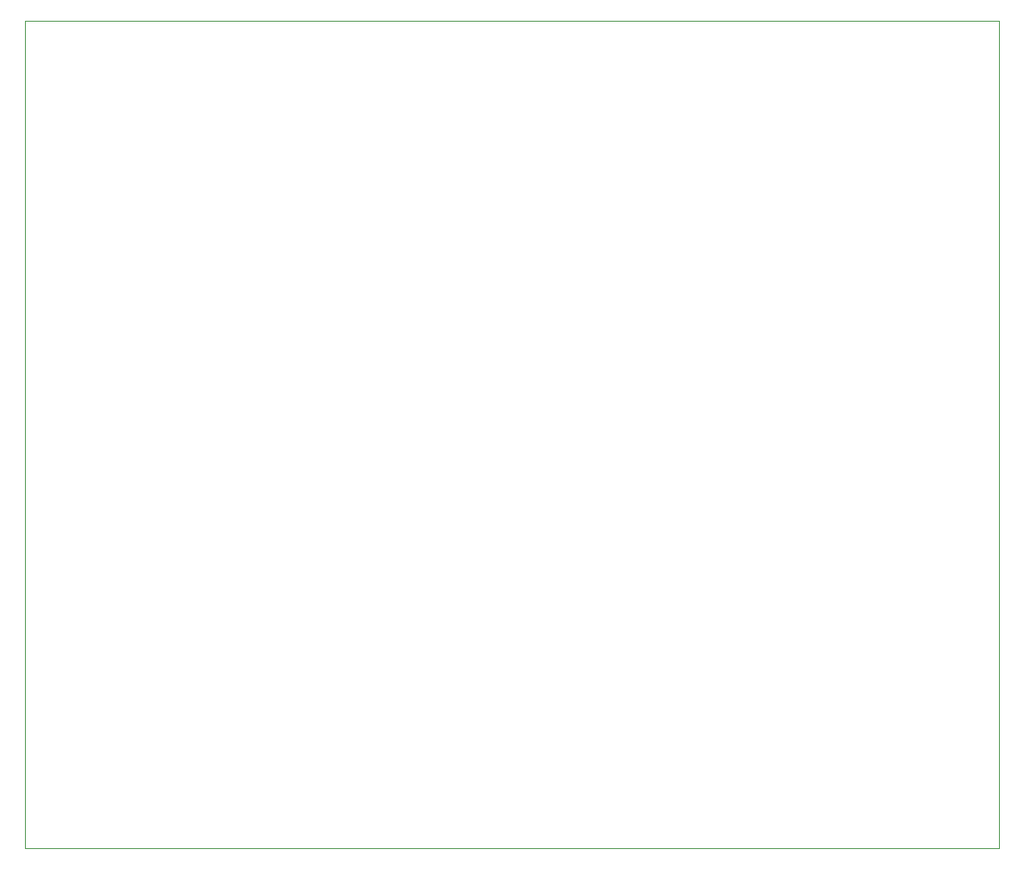
<source format=gbr>
%TF.GenerationSoftware,KiCad,Pcbnew,7.0.7*%
%TF.CreationDate,2023-10-16T12:37:20+02:00*%
%TF.ProjectId,kicad_pendulum_receiver1,6b696361-645f-4706-956e-64756c756d5f,rev?*%
%TF.SameCoordinates,Original*%
%TF.FileFunction,Profile,NP*%
%FSLAX46Y46*%
G04 Gerber Fmt 4.6, Leading zero omitted, Abs format (unit mm)*
G04 Created by KiCad (PCBNEW 7.0.7) date 2023-10-16 12:37:20*
%MOMM*%
%LPD*%
G01*
G04 APERTURE LIST*
%TA.AperFunction,Profile*%
%ADD10C,0.100000*%
%TD*%
G04 APERTURE END LIST*
D10*
X96000000Y-58500000D02*
X195000000Y-58500000D01*
X195000000Y-142500000D01*
X96000000Y-142500000D01*
X96000000Y-58500000D01*
M02*

</source>
